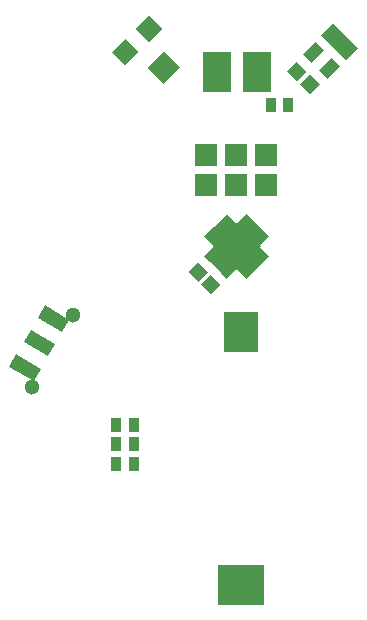
<source format=gbs>
G04 #@! TF.FileFunction,Soldermask,Bot*
%FSLAX46Y46*%
G04 Gerber Fmt 4.6, Leading zero omitted, Abs format (unit mm)*
G04 Created by KiCad (PCBNEW 4.0.5+dfsg1-4) date Tue Nov  6 22:38:28 2018*
%MOMM*%
%LPD*%
G01*
G04 APERTURE LIST*
%ADD10C,0.100000*%
%ADD11R,3.000000X3.400000*%
%ADD12R,4.000000X3.400000*%
%ADD13R,1.924000X1.924000*%
%ADD14R,0.900000X1.300000*%
%ADD15R,2.400000X3.400000*%
%ADD16C,1.300000*%
G04 APERTURE END LIST*
D10*
D11*
X149034532Y-89714086D03*
D12*
X149034532Y-111151686D03*
D10*
G36*
X145685204Y-85664706D02*
X146498376Y-84851534D01*
X147346904Y-85700062D01*
X146533732Y-86513234D01*
X145685204Y-85664706D01*
X145685204Y-85664706D01*
G37*
G36*
X144624544Y-84604046D02*
X145437716Y-83790874D01*
X146286244Y-84639402D01*
X145473072Y-85452574D01*
X144624544Y-84604046D01*
X144624544Y-84604046D01*
G37*
G36*
X154646333Y-67692440D02*
X153833161Y-68505612D01*
X152984633Y-67657084D01*
X153797805Y-66843912D01*
X154646333Y-67692440D01*
X154646333Y-67692440D01*
G37*
G36*
X155706993Y-68753100D02*
X154893821Y-69566272D01*
X154045293Y-68717744D01*
X154858465Y-67904572D01*
X155706993Y-68753100D01*
X155706993Y-68753100D01*
G37*
D13*
X146090393Y-77255726D03*
X148630393Y-77255726D03*
X148630393Y-74715726D03*
X146090393Y-74715726D03*
X151170393Y-77255726D03*
X151170393Y-74715726D03*
D14*
X139982394Y-97575724D03*
X138482394Y-97575724D03*
X139982394Y-99226724D03*
X138482394Y-99226724D03*
X139994394Y-100877724D03*
X138494394Y-100877724D03*
D15*
X146979813Y-67697093D03*
X150379813Y-67697093D03*
D14*
X151563811Y-70491095D03*
X153063811Y-70491095D03*
D10*
G36*
X139256353Y-67148907D02*
X138124982Y-66017536D01*
X139256353Y-64886165D01*
X140387724Y-66017536D01*
X139256353Y-67148907D01*
X139256353Y-67148907D01*
G37*
G36*
X141236252Y-65169008D02*
X140104881Y-64037637D01*
X141236252Y-62906266D01*
X142367623Y-64037637D01*
X141236252Y-65169008D01*
X141236252Y-65169008D01*
G37*
G36*
X142501973Y-68697470D02*
X141158470Y-67353967D01*
X142572683Y-65939754D01*
X143916186Y-67283257D01*
X142501973Y-68697470D01*
X142501973Y-68697470D01*
G37*
G36*
X156882836Y-63582106D02*
X157625298Y-64324568D01*
X156592922Y-65356944D01*
X155850460Y-64614482D01*
X156882836Y-63582106D01*
X156882836Y-63582106D01*
G37*
G36*
X157554587Y-64253858D02*
X158297049Y-64996320D01*
X157264673Y-66028696D01*
X156522211Y-65286234D01*
X157554587Y-64253858D01*
X157554587Y-64253858D01*
G37*
G36*
X158226339Y-64925609D02*
X158968801Y-65668071D01*
X157936425Y-66700447D01*
X157193963Y-65957985D01*
X158226339Y-64925609D01*
X158226339Y-64925609D01*
G37*
G36*
X156670704Y-66481244D02*
X157413166Y-67223706D01*
X156380790Y-68256082D01*
X155638328Y-67513620D01*
X156670704Y-66481244D01*
X156670704Y-66481244D01*
G37*
G36*
X155327201Y-65137741D02*
X156069663Y-65880203D01*
X155037287Y-66912579D01*
X154294825Y-66170117D01*
X155327201Y-65137741D01*
X155327201Y-65137741D01*
G37*
G36*
X151438540Y-83281110D02*
X150943565Y-83776085D01*
X150144534Y-82977054D01*
X150639509Y-82482079D01*
X151438540Y-83281110D01*
X151438540Y-83281110D01*
G37*
G36*
X151084986Y-83634663D02*
X150590011Y-84129638D01*
X149790980Y-83330607D01*
X150285955Y-82835632D01*
X151084986Y-83634663D01*
X151084986Y-83634663D01*
G37*
G36*
X150731433Y-83988217D02*
X150236458Y-84483192D01*
X149437427Y-83684161D01*
X149932402Y-83189186D01*
X150731433Y-83988217D01*
X150731433Y-83988217D01*
G37*
G36*
X150377879Y-84341770D02*
X149882904Y-84836745D01*
X149083873Y-84037714D01*
X149578848Y-83542739D01*
X150377879Y-84341770D01*
X150377879Y-84341770D01*
G37*
G36*
X150024326Y-84695324D02*
X149529351Y-85190299D01*
X148730320Y-84391268D01*
X149225295Y-83896293D01*
X150024326Y-84695324D01*
X150024326Y-84695324D01*
G37*
G36*
X147860579Y-85190299D02*
X147365604Y-84695324D01*
X148164635Y-83896293D01*
X148659610Y-84391268D01*
X147860579Y-85190299D01*
X147860579Y-85190299D01*
G37*
G36*
X147507026Y-84836745D02*
X147012051Y-84341770D01*
X147811082Y-83542739D01*
X148306057Y-84037714D01*
X147507026Y-84836745D01*
X147507026Y-84836745D01*
G37*
G36*
X147153472Y-84483192D02*
X146658497Y-83988217D01*
X147457528Y-83189186D01*
X147952503Y-83684161D01*
X147153472Y-84483192D01*
X147153472Y-84483192D01*
G37*
G36*
X146799919Y-84129638D02*
X146304944Y-83634663D01*
X147103975Y-82835632D01*
X147598950Y-83330607D01*
X146799919Y-84129638D01*
X146799919Y-84129638D01*
G37*
G36*
X146446365Y-83776085D02*
X145951390Y-83281110D01*
X146750421Y-82482079D01*
X147245396Y-82977054D01*
X146446365Y-83776085D01*
X146446365Y-83776085D01*
G37*
G36*
X147245396Y-81916394D02*
X146750421Y-82411369D01*
X145951390Y-81612338D01*
X146446365Y-81117363D01*
X147245396Y-81916394D01*
X147245396Y-81916394D01*
G37*
G36*
X147598950Y-81562841D02*
X147103975Y-82057816D01*
X146304944Y-81258785D01*
X146799919Y-80763810D01*
X147598950Y-81562841D01*
X147598950Y-81562841D01*
G37*
G36*
X147952503Y-81209287D02*
X147457528Y-81704262D01*
X146658497Y-80905231D01*
X147153472Y-80410256D01*
X147952503Y-81209287D01*
X147952503Y-81209287D01*
G37*
G36*
X148306057Y-80855734D02*
X147811082Y-81350709D01*
X147012051Y-80551678D01*
X147507026Y-80056703D01*
X148306057Y-80855734D01*
X148306057Y-80855734D01*
G37*
G36*
X148659610Y-80502180D02*
X148164635Y-80997155D01*
X147365604Y-80198124D01*
X147860579Y-79703149D01*
X148659610Y-80502180D01*
X148659610Y-80502180D01*
G37*
G36*
X149225295Y-80997155D02*
X148730320Y-80502180D01*
X149529351Y-79703149D01*
X150024326Y-80198124D01*
X149225295Y-80997155D01*
X149225295Y-80997155D01*
G37*
G36*
X149578848Y-81350709D02*
X149083873Y-80855734D01*
X149882904Y-80056703D01*
X150377879Y-80551678D01*
X149578848Y-81350709D01*
X149578848Y-81350709D01*
G37*
G36*
X149932402Y-81704262D02*
X149437427Y-81209287D01*
X150236458Y-80410256D01*
X150731433Y-80905231D01*
X149932402Y-81704262D01*
X149932402Y-81704262D01*
G37*
G36*
X150285955Y-82057816D02*
X149790980Y-81562841D01*
X150590011Y-80763810D01*
X151084986Y-81258785D01*
X150285955Y-82057816D01*
X150285955Y-82057816D01*
G37*
G36*
X150639509Y-82411369D02*
X150144534Y-81916394D01*
X150943565Y-81117363D01*
X151438540Y-81612338D01*
X150639509Y-82411369D01*
X150639509Y-82411369D01*
G37*
G36*
X148977808Y-82446724D02*
X147811082Y-83613450D01*
X146644356Y-82446724D01*
X147811082Y-81279998D01*
X148977808Y-82446724D01*
X148977808Y-82446724D01*
G37*
G36*
X149861691Y-81562841D02*
X148694965Y-82729567D01*
X147528239Y-81562841D01*
X148694965Y-80396115D01*
X149861691Y-81562841D01*
X149861691Y-81562841D01*
G37*
G36*
X149861691Y-83330607D02*
X148694965Y-84497333D01*
X147528239Y-83330607D01*
X148694965Y-82163881D01*
X149861691Y-83330607D01*
X149861691Y-83330607D01*
G37*
G36*
X150745574Y-82446724D02*
X149578848Y-83613450D01*
X148412122Y-82446724D01*
X149578848Y-81279998D01*
X150745574Y-82446724D01*
X150745574Y-82446724D01*
G37*
D16*
X134855291Y-88278648D03*
X131355291Y-94340826D03*
D10*
G36*
X133918688Y-89700891D02*
X131840228Y-88500891D01*
X132440228Y-87461661D01*
X134518688Y-88661661D01*
X133918688Y-89700891D01*
X133918688Y-89700891D01*
G37*
G36*
X132718688Y-91779352D02*
X130640228Y-90579352D01*
X131240228Y-89540122D01*
X133318688Y-90740122D01*
X132718688Y-91779352D01*
X132718688Y-91779352D01*
G37*
G36*
X131518688Y-93857813D02*
X129440228Y-92657813D01*
X130040228Y-91618583D01*
X132118688Y-92818583D01*
X131518688Y-93857813D01*
X131518688Y-93857813D01*
G37*
M02*

</source>
